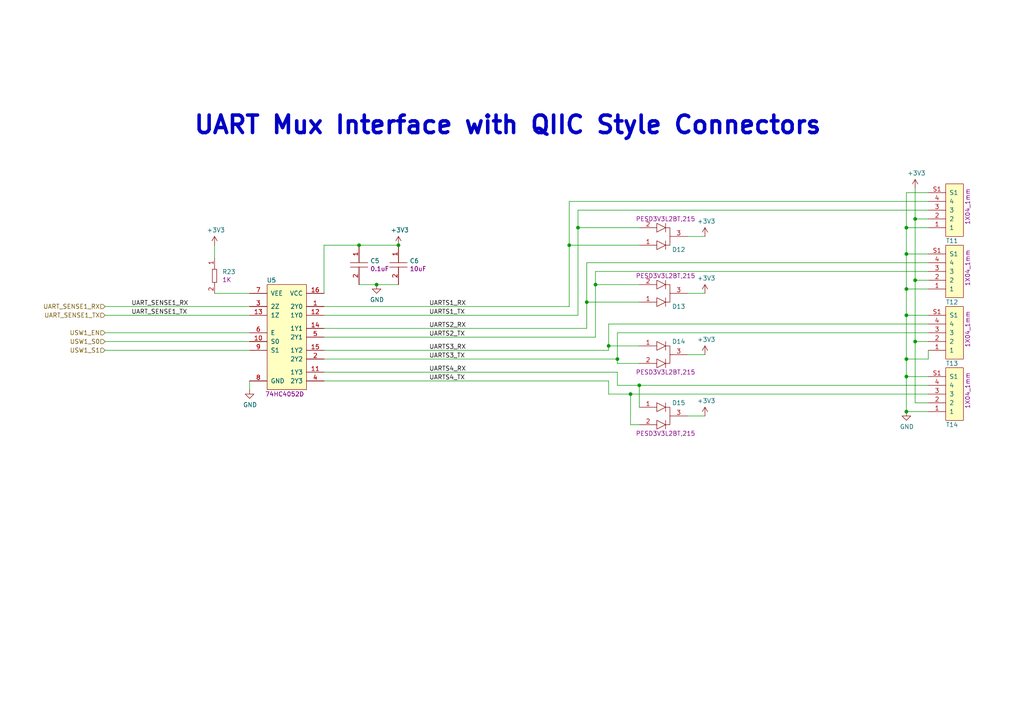
<source format=kicad_sch>
(kicad_sch (version 20231120) (generator "eeschema") (generator_version "8.0")
  (paper "A4")
  (lib_symbols
    (symbol "AVR-KiCAD-Lib-Capacitors:C0402C104K9PACTU" (pin_names (offset 1.016))
      (property "Reference" "C" (at -2.54 2.54 0))
      (property "_Value_" "0.1uF" (at 58.42 63.5 0))
      (symbol "C0402C104K9PACTU_1_1"
        (polyline (pts (xy 0 2.54) (xy 0 -2.54)))
        (polyline (pts (xy 1.27 2.54) (xy 1.27 -2.54)))
        (pin input line (at -5.08 0 0) (length 5.08) (name "~") (number "1"))
        (pin input line (at 6.35 0 180) (length 5.08) (name "~") (number "2"))
      )
    )
    (symbol "AVR-KiCAD-Lib-Capacitors:GRM188R61A106KE69J" (pin_names (offset 1.016))
      (property "Reference" "C" (at -2.54 2.54 0))
      (property "_Value_" "10uF" (at 58.42 63.5 0))
      (symbol "GRM188R61A106KE69J_1_1"
        (polyline (pts (xy 0 2.54) (xy 0 -2.54)))
        (polyline (pts (xy 1.27 2.54) (xy 1.27 -2.54)))
        (pin input line (at -5.08 0 0) (length 5.08) (name "~") (number "1"))
        (pin input line (at 6.35 0 180) (length 5.08) (name "~") (number "2"))
      )
    )
    (symbol "AVR-KiCAD-Lib-Connectors:BM04B-SRSS-TB(LF)(SN)" (pin_names (offset 1.016))
      (property "Reference" "J" (at 0 1.27 0))
      (property "_Value_" "1X04_1mm" (at 6.35 -10.16 90))
      (symbol "BM04B-SRSS-TB(LF)(SN)_0_1"
        (rectangle (start 0 0) (end 5.08 -15.24) (fill (type background)))
      )
      (symbol "BM04B-SRSS-TB(LF)(SN)_1_1"
        (pin passive line (at -5.08 -2.54 0) (length 5.08) (name "1") (number "1"))
        (pin passive line (at -5.08 -5.08 0) (length 5.08) (name "2") (number "2"))
        (pin passive line (at -5.08 -7.62 0) (length 5.08) (name "3") (number "3"))
        (pin passive line (at -5.08 -10.16 0) (length 5.08) (name "4") (number "4"))
        (pin passive line (at -5.08 -12.7 0) (length 5.08) (name "S1") (number "S1"))
      )
    )
    (symbol "AVR-KiCAD-Lib-Diodes:PESD3V3L2BT,215" (pin_names (offset 1.016))
      (property "Reference" "D" (at -2.54 1.27 0))
      (property "_Value_" "PESD3V3L2BT,215" (at 58.42 63.5 0))
      (symbol "PESD3V3L2BT,215_0_1"
        (polyline (pts (xy 1.27 1.27) (xy 1.27 3.81)))
        (polyline (pts (xy -1.27 3.81) (xy -1.27 1.27) (xy 1.27 2.54) (xy -1.27 3.81)))
        (polyline (pts (xy 1.27 2.54) (xy 2.54 2.54) (xy 2.54 -2.54) (xy 1.27 -2.54)))
      )
      (symbol "PESD3V3L2BT,215_1_1"
        (polyline (pts (xy 1.27 -3.81) (xy 1.27 -1.27)))
        (polyline (pts (xy -1.27 -1.27) (xy -1.27 -3.81) (xy 1.27 -2.54) (xy -1.27 -1.27)))
        (pin passive line (at -6.35 2.54 0) (length 5.08) (name "~") (number "1"))
        (pin passive line (at -6.35 -2.54 0) (length 5.08) (name "~") (number "2"))
        (pin passive line (at 7.62 0 180) (length 5.08) (name "~") (number "3"))
      )
    )
    (symbol "AVR-KiCAD-Lib-ICs:74HC4052D" (pin_names (offset 1.016))
      (property "Reference" "U" (at 0 1.27 0))
      (property "_Value_" "74HC4052D" (at 58.42 63.5 0))
      (symbol "74HC4052D_0_1"
        (rectangle (start 0 0) (end 11.43 -30.48) (fill (type background)))
      )
      (symbol "74HC4052D_1_1"
        (pin bidirectional line (at 16.51 -6.35 180) (length 5.08) (name "2Y0") (number "1"))
        (pin passive line (at -5.08 -16.51 0) (length 5.08) (name "S0") (number "10"))
        (pin passive line (at 16.51 -25.4 180) (length 5.08) (name "1Y3") (number "11"))
        (pin bidirectional line (at 16.51 -8.89 180) (length 5.08) (name "1Y0") (number "12"))
        (pin bidirectional line (at -5.08 -8.89 0) (length 5.08) (name "1Z") (number "13"))
        (pin bidirectional line (at 16.51 -12.7 180) (length 5.08) (name "1Y1") (number "14"))
        (pin bidirectional line (at 16.51 -19.05 180) (length 5.08) (name "1Y2") (number "15"))
        (pin passive line (at 16.51 -2.54 180) (length 5.08) (name "VCC") (number "16"))
        (pin passive line (at 16.51 -21.59 180) (length 5.08) (name "2Y2") (number "2"))
        (pin bidirectional line (at -5.08 -6.35 0) (length 5.08) (name "2Z") (number "3"))
        (pin passive line (at 16.51 -27.94 180) (length 5.08) (name "2Y3") (number "4"))
        (pin bidirectional line (at 16.51 -15.24 180) (length 5.08) (name "2Y1") (number "5"))
        (pin passive line (at -5.08 -13.97 0) (length 5.08) (name "E") (number "6"))
        (pin passive line (at -5.08 -2.54 0) (length 5.08) (name "VEE") (number "7"))
        (pin passive line (at -5.08 -27.94 0) (length 5.08) (name "GND") (number "8"))
        (pin passive line (at -5.08 -19.05 0) (length 5.08) (name "S1") (number "9"))
      )
    )
    (symbol "AVR-KiCAD-Lib-Resistors:RC0402FR-071KL" (pin_names (offset 1.016))
      (property "Reference" "R" (at -2.54 2.54 0))
      (property "Value" "RC0402FR-071KL" (at 1.27 5.08 0))
      (property "_Value_" "1K" (at 58.42 63.5 0))
      (symbol "RC0402FR-071KL_0_1"
        (rectangle (start -1.905 0.635) (end 1.905 -0.635))
        (polyline (pts (xy -2.54 0) (xy -1.905 0)))
        (polyline (pts (xy -1.905 0) (xy -1.905 0)))
        (polyline (pts (xy 1.905 0) (xy 1.905 0)))
        (polyline (pts (xy 2.54 0) (xy 1.905 0)))
      )
      (symbol "RC0402FR-071KL_1_1"
        (pin passive line (at -5.08 0 0) (length 2.5146) (name "~") (number "1"))
        (pin passive line (at 5.08 0 180) (length 2.5146) (name "~") (number "2"))
      )
    )
    (symbol "agricoltura-SunLeaf-2.4G-rescue:+3V3-power" (power) (pin_names (offset 0))
      (property "Value" "power_+3V3" (at 0 3.556 0))
      (symbol "+3V3-power_0_1"
        (polyline (pts (xy -0.762 1.27) (xy 0 2.54)))
        (polyline (pts (xy 0 0) (xy 0 2.54)))
        (polyline (pts (xy 0 2.54) (xy 0.762 1.27)))
      )
      (symbol "+3V3-power_1_1"
        (pin power_in line (at 0 0 90) (length 0) hide (name "+3V3") (number "1"))
      )
    )
    (symbol "agricoltura-SunLeaf-2.4G-rescue:GND-power" (power) (pin_names (offset 0))
      (property "Value" "power_GND" (at 0 -3.81 0))
      (symbol "GND-power_0_1"
        (polyline (pts (xy 0 0) (xy 0 -1.27) (xy 1.27 -1.27) (xy 0 -2.54) (xy -1.27 -1.27) (xy 0 -1.27)))
      )
      (symbol "GND-power_1_1"
        (pin power_in line (at 0 0 270) (length 0) hide (name "GND") (number "1"))
      )
    )
  )
  (junction (at 262.89 66.04))
  (junction (at 262.89 91.44))
  (junction (at 179.07 104.14))
  (junction (at 262.89 119.38))
  (junction (at 172.72 82.55))
  (junction (at 262.89 73.66))
  (junction (at 182.88 114.3))
  (junction (at 109.22 82.55))
  (junction (at 262.89 109.22))
  (junction (at 262.89 83.82))
  (junction (at 262.89 104.14))
  (junction (at 115.57 71.12))
  (junction (at 265.43 99.06))
  (junction (at 167.64 66.04))
  (junction (at 176.53 100.33))
  (junction (at 265.43 81.28))
  (junction (at 104.14 71.12))
  (junction (at 185.42 111.76))
  (junction (at 165.1 71.12))
  (junction (at 170.18 87.63))
  (junction (at 265.43 63.5))
  (wire (pts (xy 185.42 71.12) (xy 165.1 71.12)))
  (wire (pts (xy 165.1 58.42) (xy 165.1 71.12)))
  (wire (pts (xy 62.23 85.09) (xy 72.39 85.09)))
  (wire (pts (xy 269.24 101.6) (xy 269.24 104.14)))
  (wire (pts (xy 93.98 95.25) (xy 170.18 95.25)))
  (wire (pts (xy 199.39 85.09) (xy 204.47 85.09)))
  (wire (pts (xy 262.89 104.14) (xy 269.24 104.14)))
  (wire (pts (xy 269.24 78.74) (xy 172.72 78.74)))
  (wire (pts (xy 182.88 123.19) (xy 182.88 114.3)))
  (wire (pts (xy 72.39 88.9) (xy 30.48 88.9)))
  (wire (pts (xy 72.39 110.49) (xy 72.39 113.03)))
  (wire (pts (xy 170.18 76.2) (xy 170.18 87.63)))
  (wire (pts (xy 72.39 91.44) (xy 30.48 91.44)))
  (wire (pts (xy 93.98 110.49) (xy 176.53 110.49)))
  (wire (pts (xy 262.89 83.82) (xy 262.89 91.44)))
  (wire (pts (xy 165.1 58.42) (xy 269.24 58.42)))
  (wire (pts (xy 269.24 73.66) (xy 262.89 73.66)))
  (wire (pts (xy 262.89 73.66) (xy 262.89 83.82)))
  (wire (pts (xy 269.24 91.44) (xy 262.89 91.44)))
  (wire (pts (xy 170.18 76.2) (xy 269.24 76.2)))
  (wire (pts (xy 199.39 120.65) (xy 204.47 120.65)))
  (wire (pts (xy 182.88 114.3) (xy 176.53 114.3)))
  (wire (pts (xy 265.43 81.28) (xy 265.43 63.5)))
  (wire (pts (xy 269.24 116.84) (xy 265.43 116.84)))
  (wire (pts (xy 93.98 107.95) (xy 179.07 107.95)))
  (wire (pts (xy 262.89 119.38) (xy 269.24 119.38)))
  (wire (pts (xy 167.64 66.04) (xy 167.64 91.44)))
  (wire (pts (xy 185.42 100.33) (xy 176.53 100.33)))
  (wire (pts (xy 269.24 109.22) (xy 262.89 109.22)))
  (wire (pts (xy 165.1 88.9) (xy 93.98 88.9)))
  (wire (pts (xy 262.89 104.14) (xy 262.89 109.22)))
  (wire (pts (xy 179.07 107.95) (xy 179.07 111.76)))
  (wire (pts (xy 265.43 63.5) (xy 265.43 54.61)))
  (wire (pts (xy 269.24 55.88) (xy 262.89 55.88)))
  (wire (pts (xy 72.39 101.6) (xy 30.48 101.6)))
  (wire (pts (xy 167.64 91.44) (xy 93.98 91.44)))
  (wire (pts (xy 167.64 60.96) (xy 167.64 66.04)))
  (wire (pts (xy 262.89 109.22) (xy 262.89 119.38)))
  (wire (pts (xy 199.39 68.58) (xy 204.47 68.58)))
  (wire (pts (xy 185.42 87.63) (xy 170.18 87.63)))
  (wire (pts (xy 176.53 114.3) (xy 176.53 110.49)))
  (wire (pts (xy 185.42 82.55) (xy 172.72 82.55)))
  (wire (pts (xy 269.24 63.5) (xy 265.43 63.5)))
  (wire (pts (xy 176.53 100.33) (xy 176.53 101.6)))
  (wire (pts (xy 185.42 123.19) (xy 182.88 123.19)))
  (wire (pts (xy 62.23 71.12) (xy 62.23 74.93)))
  (wire (pts (xy 262.89 83.82) (xy 269.24 83.82)))
  (wire (pts (xy 262.89 66.04) (xy 262.89 73.66)))
  (wire (pts (xy 269.24 99.06) (xy 265.43 99.06)))
  (wire (pts (xy 199.39 102.87) (xy 204.47 102.87)))
  (wire (pts (xy 172.72 82.55) (xy 172.72 97.79)))
  (wire (pts (xy 269.24 93.98) (xy 176.53 93.98)))
  (wire (pts (xy 30.48 99.06) (xy 72.39 99.06)))
  (wire (pts (xy 172.72 97.79) (xy 93.98 97.79)))
  (wire (pts (xy 93.98 104.14) (xy 179.07 104.14)))
  (wire (pts (xy 176.53 93.98) (xy 176.53 100.33)))
  (wire (pts (xy 109.22 82.55) (xy 115.57 82.55)))
  (wire (pts (xy 265.43 99.06) (xy 265.43 81.28)))
  (wire (pts (xy 185.42 118.11) (xy 185.42 111.76)))
  (wire (pts (xy 72.39 96.52) (xy 30.48 96.52)))
  (wire (pts (xy 262.89 55.88) (xy 262.89 66.04)))
  (wire (pts (xy 179.07 111.76) (xy 185.42 111.76)))
  (wire (pts (xy 269.24 81.28) (xy 265.43 81.28)))
  (wire (pts (xy 265.43 116.84) (xy 265.43 99.06)))
  (wire (pts (xy 104.14 82.55) (xy 109.22 82.55)))
  (wire (pts (xy 167.64 60.96) (xy 269.24 60.96)))
  (wire (pts (xy 93.98 101.6) (xy 176.53 101.6)))
  (wire (pts (xy 115.57 71.12) (xy 104.14 71.12)))
  (wire (pts (xy 165.1 71.12) (xy 165.1 88.9)))
  (wire (pts (xy 185.42 105.41) (xy 179.07 105.41)))
  (wire (pts (xy 172.72 78.74) (xy 172.72 82.55)))
  (wire (pts (xy 262.89 66.04) (xy 269.24 66.04)))
  (wire (pts (xy 262.89 91.44) (xy 262.89 104.14)))
  (wire (pts (xy 170.18 87.63) (xy 170.18 95.25)))
  (wire (pts (xy 185.42 66.04) (xy 167.64 66.04)))
  (wire (pts (xy 104.14 71.12) (xy 93.98 71.12)))
  (wire (pts (xy 179.07 104.14) (xy 179.07 96.52)))
  (wire (pts (xy 179.07 96.52) (xy 269.24 96.52)))
  (wire (pts (xy 179.07 105.41) (xy 179.07 104.14)))
  (wire (pts (xy 269.24 114.3) (xy 182.88 114.3)))
  (wire (pts (xy 185.42 111.76) (xy 269.24 111.76)))
  (wire (pts (xy 93.98 71.12) (xy 93.98 85.09)))
  (text "UART Mux Interface with QIIC Style Connectors" (at 55.88 39.37 0) (effects (font (size 5.08 5.08) (thickness 1.016) (bold yes)) (justify left bottom)))
  (label "UART_SENSE1_RX" (at 38.1 88.9 0))
  (label "UARTS3_RX" (at 124.46 101.6 0))
  (label "UARTS4_RX" (at 124.46 107.95 0))
  (label "UARTS1_RX" (at 124.46 88.9 0))
  (label "UARTS4_TX" (at 124.46 110.49 0))
  (label "UART_SENSE1_TX" (at 38.1 91.44 0))
  (label "UARTS2_TX" (at 124.46 97.79 0))
  (label "UARTS2_RX" (at 124.46 95.25 0))
  (label "UARTS1_TX" (at 124.46 91.44 0))
  (label "UARTS3_TX" (at 124.46 104.14 0))
  (hierarchical_label "USW1_EN" (shape input) (at 30.48 96.52 180))
  (hierarchical_label "USW1_S0" (shape input) (at 30.48 99.06 180))
  (hierarchical_label "USW1_S1" (shape input) (at 30.48 101.6 180))
  (hierarchical_label "UART_SENSE1_TX" (shape input) (at 30.48 91.44 180))
  (hierarchical_label "UART_SENSE1_RX" (shape input) (at 30.48 88.9 180))
  (symbol (lib_id "AVR-KiCAD-Lib-Connectors:BM04B-SRSS-TB(LF)(SN)") (at 274.32 68.58 0) (mirror x) (unit 1)
    (property "Reference" "T?" (at 274.32 69.85 0) (effects (justify left)))
    (property "Value" "BM04B-SRSS-TB(LF)(SN)" (effects (hide yes)))
    (property "Footprint" "AVR-KiCAD-Lib-Connectors:CONN_BM04B-SRSS-TB(LF)(SN)" (effects (hide yes)))
    (property "Datasheet" "http://www.jst-mfg.com/product/pdf/eng/eSH.pdf" (effects (hide yes)))
    (property "Cost QTY: 1" "0.63000" (effects (hide yes)))
    (property "Cost QTY: 1000" "0.28713" (effects (hide yes)))
    (property "Cost QTY: 2500" "*" (effects (hide yes)))
    (property "Cost QTY: 5000" "*" (effects (hide yes)))
    (property "Cost QTY: 10000" "0.24226" (effects (hide yes)))
    (property "MFR" "JST Sales America Inc." (effects (hide yes)))
    (property "MFR#" "BM04B-SRSS-TB(LF)(SN)" (effects (hide yes)))
    (property "Vendor" "Digikey" (effects (hide yes)))
    (property "Vendor #" "455-1790-2-ND" (effects (hide yes)))
    (property "Designer" "AVR" (effects (hide yes)))
    (property "Height" "4.9mm" (effects (hide yes)))
    (property "Date Created" "6/18/2020" (effects (hide yes)))
    (property "Date Modified" "6/18/2020" (effects (hide yes)))
    (property "Lead-Free ?" "Yes" (effects (hide yes)))
    (property "RoHS Levels" "1" (effects (hide yes)))
    (property "Mounting" "SMT" (effects (hide yes)))
    (property "Pin Count #" "4" (effects (hide yes)))
    (property "Status" "Active" (effects (hide yes)))
    (property "Tolerance" "*" (effects (hide yes)))
    (property "Type" "Connector" (effects (hide yes)))
    (property "Voltage" "50V" (effects (hide yes)))
    (property "Package" "*" (effects (hide yes)))
    (property "Description" "Connector Header Surface Mount 4 position 0.039\" (1.00mm)" (effects (hide yes)))
    (property "_Value_" "1X04_1mm" (at 280.67 54.61 90) (effects (justify left)))
    (property "Management_ID" "*" (effects (hide yes)))
    (instances (project "agricoltura-SunLeaf-2.4G" (path "" (reference "T11") (unit 1))))
  )
  (symbol (lib_id "AVR-KiCAD-Lib-Connectors:BM04B-SRSS-TB(LF)(SN)") (at 274.32 86.36 0) (mirror x) (unit 1)
    (property "Reference" "T?" (at 274.32 87.63 0) (effects (justify left)))
    (property "Value" "BM04B-SRSS-TB(LF)(SN)" (effects (hide yes)))
    (property "Footprint" "AVR-KiCAD-Lib-Connectors:CONN_BM04B-SRSS-TB(LF)(SN)" (effects (hide yes)))
    (property "Datasheet" "http://www.jst-mfg.com/product/pdf/eng/eSH.pdf" (effects (hide yes)))
    (property "Cost QTY: 1" "0.63000" (effects (hide yes)))
    (property "Cost QTY: 1000" "0.28713" (effects (hide yes)))
    (property "Cost QTY: 2500" "*" (effects (hide yes)))
    (property "Cost QTY: 5000" "*" (effects (hide yes)))
    (property "Cost QTY: 10000" "0.24226" (effects (hide yes)))
    (property "MFR" "JST Sales America Inc." (effects (hide yes)))
    (property "MFR#" "BM04B-SRSS-TB(LF)(SN)" (effects (hide yes)))
    (property "Vendor" "Digikey" (effects (hide yes)))
    (property "Vendor #" "455-1790-2-ND" (effects (hide yes)))
    (property "Designer" "AVR" (effects (hide yes)))
    (property "Height" "4.9mm" (effects (hide yes)))
    (property "Date Created" "6/18/2020" (effects (hide yes)))
    (property "Date Modified" "6/18/2020" (effects (hide yes)))
    (property "Lead-Free ?" "Yes" (effects (hide yes)))
    (property "RoHS Levels" "1" (effects (hide yes)))
    (property "Mounting" "SMT" (effects (hide yes)))
    (property "Pin Count #" "4" (effects (hide yes)))
    (property "Status" "Active" (effects (hide yes)))
    (property "Tolerance" "*" (effects (hide yes)))
    (property "Type" "Connector" (effects (hide yes)))
    (property "Voltage" "50V" (effects (hide yes)))
    (property "Package" "*" (effects (hide yes)))
    (property "Description" "Connector Header Surface Mount 4 position 0.039\" (1.00mm)" (effects (hide yes)))
    (property "_Value_" "1X04_1mm" (at 280.67 72.39 90) (effects (justify left)))
    (property "Management_ID" "*" (effects (hide yes)))
    (instances (project "agricoltura-SunLeaf-2.4G" (path "" (reference "T12") (unit 1))))
  )
  (symbol (lib_id "AVR-KiCAD-Lib-Connectors:BM04B-SRSS-TB(LF)(SN)") (at 274.32 104.14 0) (mirror x) (unit 1)
    (property "Reference" "T?" (at 274.32 105.41 0) (effects (justify left)))
    (property "Value" "BM04B-SRSS-TB(LF)(SN)" (effects (hide yes)))
    (property "Footprint" "AVR-KiCAD-Lib-Connectors:CONN_BM04B-SRSS-TB(LF)(SN)" (effects (hide yes)))
    (property "Datasheet" "http://www.jst-mfg.com/product/pdf/eng/eSH.pdf" (effects (hide yes)))
    (property "Cost QTY: 1" "0.63000" (effects (hide yes)))
    (property "Cost QTY: 1000" "0.28713" (effects (hide yes)))
    (property "Cost QTY: 2500" "*" (effects (hide yes)))
    (property "Cost QTY: 5000" "*" (effects (hide yes)))
    (property "Cost QTY: 10000" "0.24226" (effects (hide yes)))
    (property "MFR" "JST Sales America Inc." (effects (hide yes)))
    (property "MFR#" "BM04B-SRSS-TB(LF)(SN)" (effects (hide yes)))
    (property "Vendor" "Digikey" (effects (hide yes)))
    (property "Vendor #" "455-1790-2-ND" (effects (hide yes)))
    (property "Designer" "AVR" (effects (hide yes)))
    (property "Height" "4.9mm" (effects (hide yes)))
    (property "Date Created" "6/18/2020" (effects (hide yes)))
    (property "Date Modified" "6/18/2020" (effects (hide yes)))
    (property "Lead-Free ?" "Yes" (effects (hide yes)))
    (property "RoHS Levels" "1" (effects (hide yes)))
    (property "Mounting" "SMT" (effects (hide yes)))
    (property "Pin Count #" "4" (effects (hide yes)))
    (property "Status" "Active" (effects (hide yes)))
    (property "Tolerance" "*" (effects (hide yes)))
    (property "Type" "Connector" (effects (hide yes)))
    (property "Voltage" "50V" (effects (hide yes)))
    (property "Package" "*" (effects (hide yes)))
    (property "Description" "Connector Header Surface Mount 4 position 0.039\" (1.00mm)" (effects (hide yes)))
    (property "_Value_" "1X04_1mm" (at 280.67 90.17 90) (effects (justify left)))
    (property "Management_ID" "*" (effects (hide yes)))
    (instances (project "agricoltura-SunLeaf-2.4G" (path "" (reference "T13") (unit 1))))
  )
  (symbol (lib_id "AVR-KiCAD-Lib-Connectors:BM04B-SRSS-TB(LF)(SN)") (at 274.32 121.92 0) (mirror x) (unit 1)
    (property "Reference" "T?" (at 274.32 123.19 0) (effects (justify left)))
    (property "Value" "BM04B-SRSS-TB(LF)(SN)" (effects (hide yes)))
    (property "Footprint" "AVR-KiCAD-Lib-Connectors:CONN_BM04B-SRSS-TB(LF)(SN)" (effects (hide yes)))
    (property "Datasheet" "http://www.jst-mfg.com/product/pdf/eng/eSH.pdf" (effects (hide yes)))
    (property "Cost QTY: 1" "0.63000" (effects (hide yes)))
    (property "Cost QTY: 1000" "0.28713" (effects (hide yes)))
    (property "Cost QTY: 2500" "*" (effects (hide yes)))
    (property "Cost QTY: 5000" "*" (effects (hide yes)))
    (property "Cost QTY: 10000" "0.24226" (effects (hide yes)))
    (property "MFR" "JST Sales America Inc." (effects (hide yes)))
    (property "MFR#" "BM04B-SRSS-TB(LF)(SN)" (effects (hide yes)))
    (property "Vendor" "Digikey" (effects (hide yes)))
    (property "Vendor #" "455-1790-2-ND" (effects (hide yes)))
    (property "Designer" "AVR" (effects (hide yes)))
    (property "Height" "4.9mm" (effects (hide yes)))
    (property "Date Created" "6/18/2020" (effects (hide yes)))
    (property "Date Modified" "6/18/2020" (effects (hide yes)))
    (property "Lead-Free ?" "Yes" (effects (hide yes)))
    (property "RoHS Levels" "1" (effects (hide yes)))
    (property "Mounting" "SMT" (effects (hide yes)))
    (property "Pin Count #" "4" (effects (hide yes)))
    (property "Status" "Active" (effects (hide yes)))
    (property "Tolerance" "*" (effects (hide yes)))
    (property "Type" "Connector" (effects (hide yes)))
    (property "Voltage" "50V" (effects (hide yes)))
    (property "Package" "*" (effects (hide yes)))
    (property "Description" "Connector Header Surface Mount 4 position 0.039\" (1.00mm)" (effects (hide yes)))
    (property "_Value_" "1X04_1mm" (at 280.67 107.95 90) (effects (justify left)))
    (property "Management_ID" "*" (effects (hide yes)))
    (instances (project "agricoltura-SunLeaf-2.4G" (path "" (reference "T14") (unit 1))))
  )
  (symbol (lib_id "AVR-KiCAD-Lib-ICs:74HC4052D") (at 77.47 82.55 0) (unit 1)
    (property "Reference" "U5" (at 78.74 81.28 0))
    (property "Value" "74HC4052D" (effects (hide yes)))
    (property "Footprint" "AVR-KiCAD-Lib-ICs:74HC4052D" (effects (hide yes)))
    (property "Datasheet" "http://toshiba.semicon-storage.com/info/docget.jsp?did=37237&prodName=74HC4051D" (effects (hide yes)))
    (property "Cost QTY: 1" "0.44000" (effects (hide yes)))
    (property "Cost QTY: 1000" "0.13680" (effects (hide yes)))
    (property "Cost QTY: 2500" "0.12540" (effects (hide yes)))
    (property "Cost QTY: 5000" "0.11780" (effects (hide yes)))
    (property "Cost QTY: 10000" "*" (effects (hide yes)))
    (property "MFR" "Toshiba Semiconductor and Storage" (effects (hide yes)))
    (property "MFR#" "74HC4052D" (effects (hide yes)))
    (property "Vendor" "Digikey" (effects (hide yes)))
    (property "Vendor #" "74HC4052DCT-ND" (effects (hide yes)))
    (property "Designer" "AVR" (effects (hide yes)))
    (property "Height" "1.75mm" (effects (hide yes)))
    (property "Date Created" "6/15/2020" (effects (hide yes)))
    (property "Date Modified" "6/15/2020" (effects (hide yes)))
    (property "Lead-Free ?" "Yes" (effects (hide yes)))
    (property "RoHS Levels" "1" (effects (hide yes)))
    (property "Mounting" "SMT" (effects (hide yes)))
    (property "Pin Count #" "16" (effects (hide yes)))
    (property "Status" "Active" (effects (hide yes)))
    (property "Tolerance" "*" (effects (hide yes)))
    (property "Type" "74 MUX" (effects (hide yes)))
    (property "Voltage" "2V ~ 6V" (effects (hide yes)))
    (property "Package" "16-SOIC" (effects (hide yes)))
    (property "Description" "2 Circuit IC Switch 4:1 130Ohm 16-SOIC" (effects (hide yes)))
    (property "_Value_" "74HC4052D" (at 82.55 114.3 0))
    (property "Management_ID" "*" (effects (hide yes)))
  )
  (symbol (lib_id "AVR-KiCAD-Lib-Resistors:RC0402FR-071KL") (at 62.23 80.01 270) (unit 1)
    (property "Reference" "R?" (at 64.4398 78.8416 90) (effects (justify left)))
    (property "Value" "RC0402FR-071KL" (effects (hide yes)))
    (property "Footprint" "AVR-KiCAD-Lib-Resistors:R0402" (effects (hide yes)))
    (property "Datasheet" "https://www.yageo.com/upload/media/product/productsearch/datasheet/rchip/PYu-RC_Group_51_RoHS_L_10.pdf" (effects (hide yes)))
    (property "Cost QTY: 1" "0.10000" (effects (hide yes)))
    (property "Cost QTY: 1000" "0.00289" (effects (hide yes)))
    (property "Cost QTY: 2500" "0.00251" (effects (hide yes)))
    (property "Cost QTY: 5000" "0.00207" (effects (hide yes)))
    (property "Cost QTY: 10000" "0.00163" (effects (hide yes)))
    (property "MFR" "Yageo" (effects (hide yes)))
    (property "MFR#" "RC0402FR-071KL" (effects (hide yes)))
    (property "Vendor" "Digikey" (effects (hide yes)))
    (property "Vendor #" "311-1.00KLRTR-ND" (effects (hide yes)))
    (property "Designer" "AVR" (effects (hide yes)))
    (property "Height" "0.4mm" (effects (hide yes)))
    (property "Date Created" "12/11/2019" (effects (hide yes)))
    (property "Date Modified" "12/11/2019" (effects (hide yes)))
    (property "Lead-Free ?" "Yes" (effects (hide yes)))
    (property "RoHS Levels" "1" (effects (hide yes)))
    (property "Mounting" "SMT" (effects (hide yes)))
    (property "Pin Count #" "2" (effects (hide yes)))
    (property "Status" "Active" (effects (hide yes)))
    (property "Tolerance" "1%" (effects (hide yes)))
    (property "Type" "Thick Film Resistor" (effects (hide yes)))
    (property "Voltage" "*" (effects (hide yes)))
    (property "Package" "0402" (effects (hide yes)))
    (property "_Value_" "1K" (at 64.4398 81.153 90) (effects (justify left)))
    (property "Management_ID" "*" (effects (hide yes)))
    (property "Description" " kOhms ±1% 0.063W, 1/16W Chip Resistor 0402 (1005 Metric) Moisture Resistant Thick Film" (effects (hide yes)))
    (instances (project "agricoltura-SunLeaf-2.4G" (path "" (reference "R23") (unit 1))))
  )
  (symbol (lib_id "agricoltura-SunLeaf-2.4G-rescue:+3V3-power") (at 62.23 71.12 0) (unit 1)
    (property "Reference" "#PWR?" (effects (hide yes)))
    (property "Value" "+3V3" (at 62.611 66.7258 0))
    (instances (project "agricoltura-SunLeaf-2.4G" (path "" (reference "#PWR027") (unit 1)) (path "" (reference "#PWR027") (unit 1))))
  )
  (symbol (lib_id "agricoltura-SunLeaf-2.4G-rescue:GND-power") (at 262.89 119.38 0) (unit 1)
    (property "Reference" "#PWR035" (effects (hide yes)))
    (property "Value" "GND" (at 263.017 123.7742 0))
  )
  (symbol (lib_id "AVR-KiCAD-Lib-Capacitors:C0402C104K9PACTU") (at 104.14 76.2 270) (unit 1)
    (property "Reference" "C?" (at 107.3912 75.6666 90) (effects (justify left)))
    (property "Value" "C0402C104K9PACTU" (effects (hide yes)))
    (property "Footprint" "AVR-KiCAD-Lib-Resistors:R0402" (effects (hide yes)))
    (property "Datasheet" "https://content.kemet.com/datasheets/KEM_C1006_X5R_SMD.pdf" (effects (hide yes)))
    (property "Cost QTY: 1" "0.10000" (effects (hide yes)))
    (property "Cost QTY: 1000" "0.01139" (effects (hide yes)))
    (property "Cost QTY: 2500" "0.01035" (effects (hide yes)))
    (property "Cost QTY: 5000" "0.00952" (effects (hide yes)))
    (property "Cost QTY: 10000" "0.00756" (effects (hide yes)))
    (property "MFR" "KEMET" (effects (hide yes)))
    (property "MFR#" "C0402C104K9PACTU" (effects (hide yes)))
    (property "Vendor" "Digikey" (effects (hide yes)))
    (property "Vendor #" "399-3026-6-ND" (effects (hide yes)))
    (property "Designer" "AVR" (effects (hide yes)))
    (property "Height" "0.55mm" (effects (hide yes)))
    (property "Date Created" "12/7/2019" (effects (hide yes)))
    (property "Date Modified" "12/7/2019" (effects (hide yes)))
    (property "Lead-Free ?" "Yes" (effects (hide yes)))
    (property "RoHS Levels" "1" (effects (hide yes)))
    (property "Mounting" "SMT" (effects (hide yes)))
    (property "Pin Count #" "2" (effects (hide yes)))
    (property "Status" "Active" (effects (hide yes)))
    (property "Tolerance" "10%" (effects (hide yes)))
    (property "Type" "Ceramic Cap" (effects (hide yes)))
    (property "Voltage" "6.3V" (effects (hide yes)))
    (property "Package" "0402" (effects (hide yes)))
    (property "Description" "0.1µF ±10% 6.3V Ceramic Capacitor X5R 0402 (1005 Metric)" (effects (hide yes)))
    (property "_Value_" "0.1uF" (at 107.3912 77.978 90) (effects (justify left)))
    (property "Management_ID" "*" (effects (hide yes)))
    (instances (project "agricoltura-SunLeaf-2.4G" (path "" (reference "C5") (unit 1))))
  )
  (symbol (lib_id "AVR-KiCAD-Lib-Capacitors:GRM188R61A106KE69J") (at 115.57 76.2 270) (unit 1)
    (property "Reference" "C?" (at 118.8212 75.6666 90) (effects (justify left)))
    (property "Value" "GRM188R61A106KE69J" (effects (hide yes)))
    (property "Footprint" "AVR-KiCAD-Lib-Capacitors:C0603" (effects (hide yes)))
    (property "Datasheet" "https://search.murata.co.jp/Ceramy/image/img/A01X/G101/ENG/GRM188R61A106KE69-01.pdf" (effects (hide yes)))
    (property "Cost QTY: 1" "0.18000" (effects (hide yes)))
    (property "Cost QTY: 1000" "0.03841" (effects (hide yes)))
    (property "Cost QTY: 2500" "0.03674" (effects (hide yes)))
    (property "Cost QTY: 5000" "0.03340" (effects (hide yes)))
    (property "Cost QTY: 10000" "0.02640" (effects (hide yes)))
    (property "MFR" "Murata Electronics" (effects (hide yes)))
    (property "MFR#" "GRM188R61A106KE69J" (effects (hide yes)))
    (property "Vendor" "Digikey" (effects (hide yes)))
    (property "Vendor #" "490-14372-2-ND" (effects (hide yes)))
    (property "Designer" "AVR" (effects (hide yes)))
    (property "Height" "0.95mm" (effects (hide yes)))
    (property "Date Created" "2/28/2020" (effects (hide yes)))
    (property "Date Modified" "2/28/2020" (effects (hide yes)))
    (property "Lead-Free ?" "Yes" (effects (hide yes)))
    (property "RoHS Levels" "1" (effects (hide yes)))
    (property "Mounting" "SMT" (effects (hide yes)))
    (property "Pin Count #" "2" (effects (hide yes)))
    (property "Status" "Active" (effects (hide yes)))
    (property "Tolerance" "10%" (effects (hide yes)))
    (property "Type" "Ceramic Cap" (effects (hide yes)))
    (property "Voltage" "10V" (effects (hide yes)))
    (property "Package" "0603" (effects (hide yes)))
    (property "Description" "10µF ±10% 10V Ceramic Capacitor X5R 0603 (1608 Metric)" (effects (hide yes)))
    (property "_Value_" "10uF" (at 118.8212 77.978 90) (effects (justify left)))
    (property "Management_ID" "*" (effects (hide yes)))
    (instances (project "agricoltura-SunLeaf-2.4G" (path "" (reference "C6") (unit 1))))
  )
  (symbol (lib_id "agricoltura-SunLeaf-2.4G-rescue:+3V3-power") (at 115.57 71.12 0) (unit 1)
    (property "Reference" "#PWR?" (effects (hide yes)))
    (property "Value" "+3V3" (at 115.951 66.7258 0))
    (instances (project "agricoltura-SunLeaf-2.4G" (path "" (reference "#PWR030") (unit 1)) (path "" (reference "#PWR030") (unit 1))))
  )
  (symbol (lib_id "agricoltura-SunLeaf-2.4G-rescue:GND-power") (at 109.22 82.55 0) (unit 1)
    (property "Reference" "#PWR?" (effects (hide yes)))
    (property "Value" "GND" (at 109.347 86.9442 0))
    (instances (project "agricoltura-SunLeaf-2.4G" (path "" (reference "#PWR029") (unit 1))))
  )
  (symbol (lib_id "agricoltura-SunLeaf-2.4G-rescue:GND-power") (at 72.39 113.03 0) (unit 1)
    (property "Reference" "#PWR028" (effects (hide yes)))
    (property "Value" "GND" (at 72.517 117.4242 0))
  )
  (symbol (lib_id "agricoltura-SunLeaf-2.4G-rescue:+3V3-power") (at 265.43 54.61 0) (unit 1)
    (property "Reference" "#PWR?" (effects (hide yes)))
    (property "Value" "+3V3" (at 265.811 50.2158 0))
    (instances (project "agricoltura-SunLeaf-2.4G" (path "" (reference "#PWR036") (unit 1)) (path "" (reference "#PWR036") (unit 1))))
  )
  (symbol (lib_id "agricoltura-SunLeaf-2.4G-rescue:+3V3-power") (at 204.47 68.58 0) (unit 1)
    (property "Reference" "#PWR?" (effects (hide yes)))
    (property "Value" "+3V3" (at 204.851 64.1858 0))
    (instances (project "agricoltura-SunLeaf-2.4G" (path "" (reference "#PWR031") (unit 1)) (path "" (reference "#PWR?") (unit 1)) (path "" (reference "#PWR031") (unit 1))))
  )
  (symbol (lib_id "AVR-KiCAD-Lib-Diodes:PESD3V3L2BT,215") (at 191.77 68.58 0) (mirror x) (unit 1)
    (property "Reference" "D12" (at 196.85 72.39 0))
    (property "Value" "PESD3V3L2BT,215" (effects (hide yes)))
    (property "Footprint" "AVR-KiCAD-Lib-Diodes:SOT-23" (effects (hide yes)))
    (property "Datasheet" "https://assets.nexperia.com/documents/data-sheet/PESDXL2BT_SER.pdf" (effects (hide yes)))
    (property "Cost QTY: 1" "0.45000" (effects (hide yes)))
    (property "Cost QTY: 1000" "0.13260" (effects (hide yes)))
    (property "Cost QTY: 2500" "*" (effects (hide yes)))
    (property "Cost QTY: 5000" "*" (effects (hide yes)))
    (property "Cost QTY: 10000" "*" (effects (hide yes)))
    (property "MFR" "Nexperia USA Inc." (effects (hide yes)))
    (property "MFR#" "PESD3V3L2BT,215" (effects (hide yes)))
    (property "Vendor" "Digikey" (effects (hide yes)))
    (property "Vendor #" "1727-3826-1-ND" (effects (hide yes)))
    (property "Designer" "AVR" (effects (hide yes)))
    (property "Height" "1.1mm" (effects (hide yes)))
    (property "Date Created" "6/15/2020" (effects (hide yes)))
    (property "Date Modified" "6/15/2020" (effects (hide yes)))
    (property "Lead-Free ?" "Yes" (effects (hide yes)))
    (property "RoHS Levels" "1" (effects (hide yes)))
    (property "Mounting" "SMT" (effects (hide yes)))
    (property "Pin Count #" "3" (effects (hide yes)))
    (property "Status" "Active" (effects (hide yes)))
    (property "Tolerance" "*" (effects (hide yes)))
    (property "Type" "TVS" (effects (hide yes)))
    (property "Voltage" "*" (effects (hide yes)))
    (property "Package" " SOT-23-3" (effects (hide yes)))
    (property "Description" "26V Clamp 15A (8/20µs) Ipp Tvs Diode Surface Mount TO-236AB" (effects (hide yes)))
    (property "_Value_" "PESD3V3L2BT,215" (at 193.04 63.5 0))
    (property "Management_ID" "*" (effects (hide yes)))
    (instances (project "agricoltura-SunLeaf-2.4G" (path "" (reference "D12") (unit 1)) (path "" (reference "D?") (unit 1))))
  )
  (symbol (lib_id "agricoltura-SunLeaf-2.4G-rescue:+3V3-power") (at 204.47 85.09 0) (unit 1)
    (property "Reference" "#PWR?" (effects (hide yes)))
    (property "Value" "+3V3" (at 204.851 80.6958 0))
    (instances (project "agricoltura-SunLeaf-2.4G" (path "" (reference "#PWR032") (unit 1)) (path "" (reference "#PWR?") (unit 1)) (path "" (reference "#PWR032") (unit 1))))
  )
  (symbol (lib_id "AVR-KiCAD-Lib-Diodes:PESD3V3L2BT,215") (at 191.77 85.09 0) (mirror x) (unit 1)
    (property "Reference" "D13" (at 196.85 88.9 0))
    (property "Value" "PESD3V3L2BT,215" (effects (hide yes)))
    (property "Footprint" "AVR-KiCAD-Lib-Diodes:SOT-23" (effects (hide yes)))
    (property "Datasheet" "https://assets.nexperia.com/documents/data-sheet/PESDXL2BT_SER.pdf" (effects (hide yes)))
    (property "Cost QTY: 1" "0.45000" (effects (hide yes)))
    (property "Cost QTY: 1000" "0.13260" (effects (hide yes)))
    (property "Cost QTY: 2500" "*" (effects (hide yes)))
    (property "Cost QTY: 5000" "*" (effects (hide yes)))
    (property "Cost QTY: 10000" "*" (effects (hide yes)))
    (property "MFR" "Nexperia USA Inc." (effects (hide yes)))
    (property "MFR#" "PESD3V3L2BT,215" (effects (hide yes)))
    (property "Vendor" "Digikey" (effects (hide yes)))
    (property "Vendor #" "1727-3826-1-ND" (effects (hide yes)))
    (property "Designer" "AVR" (effects (hide yes)))
    (property "Height" "1.1mm" (effects (hide yes)))
    (property "Date Created" "6/15/2020" (effects (hide yes)))
    (property "Date Modified" "6/15/2020" (effects (hide yes)))
    (property "Lead-Free ?" "Yes" (effects (hide yes)))
    (property "RoHS Levels" "1" (effects (hide yes)))
    (property "Mounting" "SMT" (effects (hide yes)))
    (property "Pin Count #" "3" (effects (hide yes)))
    (property "Status" "Active" (effects (hide yes)))
    (property "Tolerance" "*" (effects (hide yes)))
    (property "Type" "TVS" (effects (hide yes)))
    (property "Voltage" "*" (effects (hide yes)))
    (property "Package" " SOT-23-3" (effects (hide yes)))
    (property "Description" "26V Clamp 15A (8/20µs) Ipp Tvs Diode Surface Mount TO-236AB" (effects (hide yes)))
    (property "_Value_" "PESD3V3L2BT,215" (at 193.04 80.01 0))
    (property "Management_ID" "*" (effects (hide yes)))
    (instances (project "agricoltura-SunLeaf-2.4G" (path "" (reference "D13") (unit 1)) (path "" (reference "D?") (unit 1))))
  )
  (symbol (lib_id "agricoltura-SunLeaf-2.4G-rescue:+3V3-power") (at 204.47 102.87 0) (unit 1)
    (property "Reference" "#PWR?" (effects (hide yes)))
    (property "Value" "+3V3" (at 204.851 98.4758 0))
    (instances (project "agricoltura-SunLeaf-2.4G" (path "" (reference "#PWR033") (unit 1)) (path "" (reference "#PWR?") (unit 1)) (path "" (reference "#PWR033") (unit 1))))
  )
  (symbol (lib_id "AVR-KiCAD-Lib-Diodes:PESD3V3L2BT,215") (at 191.77 102.87 0) (unit 1)
    (property "Reference" "D14" (at 196.85 99.06 0))
    (property "Value" "PESD3V3L2BT,215" (effects (hide yes)))
    (property "Footprint" "AVR-KiCAD-Lib-Diodes:SOT-23" (effects (hide yes)))
    (property "Datasheet" "https://assets.nexperia.com/documents/data-sheet/PESDXL2BT_SER.pdf" (effects (hide yes)))
    (property "Cost QTY: 1" "0.45000" (effects (hide yes)))
    (property "Cost QTY: 1000" "0.13260" (effects (hide yes)))
    (property "Cost QTY: 2500" "*" (effects (hide yes)))
    (property "Cost QTY: 5000" "*" (effects (hide yes)))
    (property "Cost QTY: 10000" "*" (effects (hide yes)))
    (property "MFR" "Nexperia USA Inc." (effects (hide yes)))
    (property "MFR#" "PESD3V3L2BT,215" (effects (hide yes)))
    (property "Vendor" "Digikey" (effects (hide yes)))
    (property "Vendor #" "1727-3826-1-ND" (effects (hide yes)))
    (property "Designer" "AVR" (effects (hide yes)))
    (property "Height" "1.1mm" (effects (hide yes)))
    (property "Date Created" "6/15/2020" (effects (hide yes)))
    (property "Date Modified" "6/15/2020" (effects (hide yes)))
    (property "Lead-Free ?" "Yes" (effects (hide yes)))
    (property "RoHS Levels" "1" (effects (hide yes)))
    (property "Mounting" "SMT" (effects (hide yes)))
    (property "Pin Count #" "3" (effects (hide yes)))
    (property "Status" "Active" (effects (hide yes)))
    (property "Tolerance" "*" (effects (hide yes)))
    (property "Type" "TVS" (effects (hide yes)))
    (property "Voltage" "*" (effects (hide yes)))
    (property "Package" " SOT-23-3" (effects (hide yes)))
    (property "Description" "26V Clamp 15A (8/20µs) Ipp Tvs Diode Surface Mount TO-236AB" (effects (hide yes)))
    (property "_Value_" "PESD3V3L2BT,215" (at 193.04 107.95 0))
    (property "Management_ID" "*" (effects (hide yes)))
    (instances (project "agricoltura-SunLeaf-2.4G" (path "" (reference "D14") (unit 1)) (path "" (reference "D?") (unit 1))))
  )
  (symbol (lib_id "agricoltura-SunLeaf-2.4G-rescue:+3V3-power") (at 204.47 120.65 0) (unit 1)
    (property "Reference" "#PWR?" (effects (hide yes)))
    (property "Value" "+3V3" (at 204.851 116.2558 0))
    (instances (project "agricoltura-SunLeaf-2.4G" (path "" (reference "#PWR034") (unit 1)) (path "" (reference "#PWR?") (unit 1)) (path "" (reference "#PWR034") (unit 1))))
  )
  (symbol (lib_id "AVR-KiCAD-Lib-Diodes:PESD3V3L2BT,215") (at 191.77 120.65 0) (unit 1)
    (property "Reference" "D15" (at 196.85 116.84 0))
    (property "Value" "PESD3V3L2BT,215" (effects (hide yes)))
    (property "Footprint" "AVR-KiCAD-Lib-Diodes:SOT-23" (effects (hide yes)))
    (property "Datasheet" "https://assets.nexperia.com/documents/data-sheet/PESDXL2BT_SER.pdf" (effects (hide yes)))
    (property "Cost QTY: 1" "0.45000" (effects (hide yes)))
    (property "Cost QTY: 1000" "0.13260" (effects (hide yes)))
    (property "Cost QTY: 2500" "*" (effects (hide yes)))
    (property "Cost QTY: 5000" "*" (effects (hide yes)))
    (property "Cost QTY: 10000" "*" (effects (hide yes)))
    (property "MFR" "Nexperia USA Inc." (effects (hide yes)))
    (property "MFR#" "PESD3V3L2BT,215" (effects (hide yes)))
    (property "Vendor" "Digikey" (effects (hide yes)))
    (property "Vendor #" "1727-3826-1-ND" (effects (hide yes)))
    (property "Designer" "AVR" (effects (hide yes)))
    (property "Height" "1.1mm" (effects (hide yes)))
    (property "Date Created" "6/15/2020" (effects (hide yes)))
    (property "Date Modified" "6/15/2020" (effects (hide yes)))
    (property "Lead-Free ?" "Yes" (effects (hide yes)))
    (property "RoHS Levels" "1" (effects (hide yes)))
    (property "Mounting" "SMT" (effects (hide yes)))
    (property "Pin Count #" "3" (effects (hide yes)))
    (property "Status" "Active" (effects (hide yes)))
    (property "Tolerance" "*" (effects (hide yes)))
    (property "Type" "TVS" (effects (hide yes)))
    (property "Voltage" "*" (effects (hide yes)))
    (property "Package" " SOT-23-3" (effects (hide yes)))
    (property "Description" "26V Clamp 15A (8/20µs) Ipp Tvs Diode Surface Mount TO-236AB" (effects (hide yes)))
    (property "_Value_" "PESD3V3L2BT,215" (at 193.04 125.73 0))
    (property "Management_ID" "*" (effects (hide yes)))
    (instances (project "agricoltura-SunLeaf-2.4G" (path "" (reference "D15") (unit 1)) (path "" (reference "D?") (unit 1))))
  )
)
</source>
